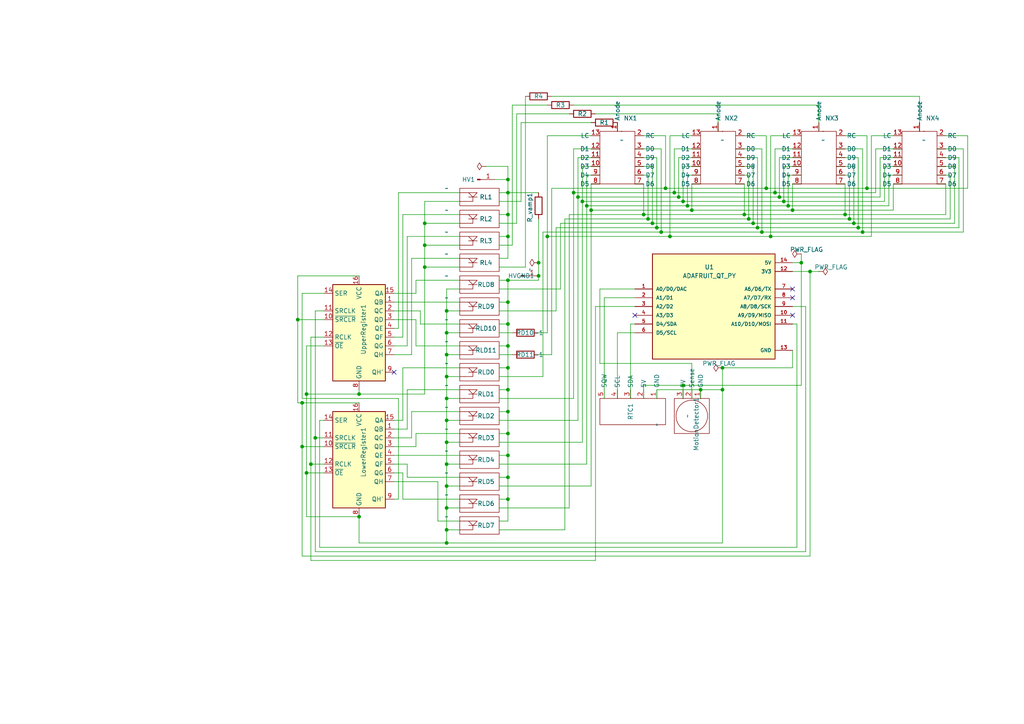
<source format=kicad_sch>
(kicad_sch (version 20230121) (generator eeschema)
  (paper "A4")
  (title_block (title "Numerex Tube Driver") (date "2023-12-18") (rev "Beta Segunda") (company "Futuron Electronics") (comment 1 "The highest quality engineering - at your service!"))
  (lib_symbols
    (symbol "74xx:74HC595"
      (property "Reference" "U" (at -7.62 13.97 0))
      (property "Value" "74HC595" (at -7.62 -16.51 0))
      (symbol "74HC595_1_0"
        (pin tri_state line (at 10.16 7.62 180) (length 2.54) (name "QB") (number "1"))
        (pin input line (at -10.16 2.54 0) (length 2.54) (name "~{SRCLR}") (number "10"))
        (pin input line (at -10.16 5.08 0) (length 2.54) (name "SRCLK") (number "11"))
        (pin input line (at -10.16 -2.54 0) (length 2.54) (name "RCLK") (number "12"))
        (pin input line (at -10.16 -5.08 0) (length 2.54) (name "~{OE}") (number "13"))
        (pin input line (at -10.16 10.16 0) (length 2.54) (name "SER") (number "14"))
        (pin tri_state line (at 10.16 10.16 180) (length 2.54) (name "QA") (number "15"))
        (pin power_in line (at 0 15.24 270) (length 2.54) (name "VCC") (number "16"))
        (pin tri_state line (at 10.16 5.08 180) (length 2.54) (name "QC") (number "2"))
        (pin tri_state line (at 10.16 2.54 180) (length 2.54) (name "QD") (number "3"))
        (pin tri_state line (at 10.16 0 180) (length 2.54) (name "QE") (number "4"))
        (pin tri_state line (at 10.16 -2.54 180) (length 2.54) (name "QF") (number "5"))
        (pin tri_state line (at 10.16 -5.08 180) (length 2.54) (name "QG") (number "6"))
        (pin tri_state line (at 10.16 -7.62 180) (length 2.54) (name "QH") (number "7"))
        (pin power_in line (at 0 -17.78 90) (length 2.54) (name "GND") (number "8"))
        (pin output line (at 10.16 -12.7 180) (length 2.54) (name "QH'") (number "9"))
      )
      (symbol "74HC595_1_1"
        (rectangle (start -7.62 12.7) (end 7.62 -15.24) (stroke (width 0.254)) (fill (type background)))
      )
    )
    (symbol "Connector:Conn_01x01_Pin" (pin_names (offset 1.016) hide)
      (property "Reference" "J" (at 0 2.54 0))
      (property "Value" "Conn_01x01_Pin" (at 0 -2.54 0))
      (symbol "Conn_01x01_Pin_1_1"
        (polyline (pts (xy 1.27 0) (xy 0.8636 0)) (stroke (width 0.1524)))
        (rectangle (start 0.8636 0.127) (end 0 -0.127) (stroke (width 0.1524)) (fill (type outline)))
        (pin passive line (at 5.08 0 180) (length 3.81) (name "Pin_1") (number "1"))
      )
    )
    (symbol "Device:R" (pin_numbers hide) (pin_names (offset 0))
      (property "Reference" "R" (at 2.032 0 90))
      (property "Value" "R" (at 0 0 90))
      (symbol "R_0_1"
        (rectangle (start -1.016 2.54) (end 1.016 -2.54) (stroke (width 0.254)))
      )
      (symbol "R_1_1"
        (pin passive line (at 0 3.81 270) (length 1.27) (name "~") (number "1"))
        (pin passive line (at 0 -3.81 90) (length 1.27) (name "~") (number "2"))
      )
    )
    (symbol "Numerex_Components:ADAFRUIT_QT_PY" (pin_names (offset 1.016))
      (property "Reference" "U" (at -17.78 16.002 0))
      (property "Value" "ADAFRUIT_QT_PY" (at -17.78 -17.78 0))
      (symbol "ADAFRUIT_QT_PY_0_0"
        (rectangle (start -17.78 -15.24) (end 17.78 15.24) (stroke (width 0.254)) (fill (type background)))
        (pin bidirectional line (at -22.86 5.08 0) (length 5.08) (name "A0/D0/DAC") (number "1"))
        (pin bidirectional line (at 22.86 -2.54 180) (length 5.08) (name "A9/D9/MISO") (number "10"))
        (pin bidirectional line (at 22.86 -5.08 180) (length 5.08) (name "A10/D10/MOSI") (number "11"))
        (pin power_in line (at 22.86 10.16 180) (length 5.08) (name "3V3") (number "12"))
        (pin power_in line (at 22.86 -12.7 180) (length 5.08) (name "GND") (number "13"))
        (pin power_in line (at 22.86 12.7 180) (length 5.08) (name "5V") (number "14"))
        (pin bidirectional line (at -22.86 2.54 0) (length 5.08) (name "A1/D1") (number "2"))
        (pin bidirectional line (at -22.86 0 0) (length 5.08) (name "A2/D2") (number "3"))
        (pin bidirectional line (at -22.86 -2.54 0) (length 5.08) (name "A3/D3") (number "4"))
        (pin bidirectional line (at -22.86 -5.08 0) (length 5.08) (name "D4/SDA") (number "5"))
        (pin bidirectional line (at -22.86 -7.62 0) (length 5.08) (name "D5/SCL") (number "6"))
        (pin bidirectional line (at 22.86 5.08 180) (length 5.08) (name "A6/D6/TX") (number "7"))
        (pin bidirectional line (at 22.86 2.54 180) (length 5.08) (name "A7/D7/RX") (number "8"))
        (pin bidirectional line (at 22.86 0 180) (length 5.08) (name "A8/D8/SCK") (number "9"))
      )
    )
    (symbol "Numerex_Components:AQY280S"
      (property "Reference" "RL" (at 8.89 6.35 0))
      (symbol "AQY280S_0_1"
        (polyline (pts (xy 5.08 1.27) (xy 6.35 1.27)))
        (polyline (pts (xy 5.08 3.81) (xy 6.35 3.81)))
      )
      (symbol "AQY280S_1_1"
        (polyline (pts (xy 6.35 3.81) (xy 10.16 3.81) (xy 8.89 2.54) (xy 7.62 3.81) (xy 8.89 2.54) (xy 7.62 2.54) (xy 10.16 2.54) (xy 8.89 2.54) (xy 8.89 1.27) (xy 6.35 1.27)))
        (rectangle (start 5.08 5.08) (end 16.51 0))
        (pin passive line (at 5.08 3.81 180) (length 2.54) hide (name "Diode+") (number "1"))
        (pin passive line (at 5.08 1.27 180) (length 2.54) hide (name "Diode-") (number "2"))
        (pin passive line (at 16.51 1.27 0) (length 2.54) hide (name "Load") (number "3"))
        (pin passive line (at 16.51 3.81 0) (length 2.54) hide (name "VL") (number "4"))
      )
    )
    (symbol "Numerex_Components:IN-14"
      (property "Reference" "NX" (at 34.29 34.29 0))
      (symbol "IN-14_0_1"
        (rectangle (start 20.32 27.94) (end 30.48 12.7))
        (circle (center 26.67 27.94) (radius 0.0001))
        (rectangle (start 34.29 26.67) (end 35.56 26.67))
      )
      (symbol "IN-14_1_1"
        (pin passive line (at 25.4 27.94 90) (length 2.54) (name "Anode") (number "1"))
        (pin passive line (at 20.32 17.78 180) (length 2.54) (name "D3") (number "10"))
        (pin passive line (at 20.32 20.32 180) (length 2.54) (name "D2") (number "11"))
        (pin passive line (at 20.32 22.86 180) (length 2.54) (name "D1") (number "12"))
        (pin passive line (at 20.32 26.67 180) (length 2.54) (name "LC") (number "13"))
        (pin passive line (at 30.48 26.67 0) (length 2.54) (name "RC") (number "2"))
        (pin passive line (at 30.48 22.86 0) (length 2.54) (name "D0") (number "3"))
        (pin passive line (at 30.48 20.32 0) (length 2.54) (name "D9") (number "4"))
        (pin passive line (at 30.48 17.78 0) (length 2.54) (name "D8") (number "5"))
        (pin passive line (at 30.48 15.24 0) (length 2.54) (name "D7") (number "6"))
        (pin passive line (at 30.48 12.7 0) (length 2.54) (name "D6") (number "7"))
        (pin passive line (at 20.32 12.7 180) (length 2.54) (name "D5") (number "8"))
        (pin passive line (at 20.32 15.24 180) (length 2.54) (name "D4") (number "9"))
      )
    )
    (symbol "Numerex_Components:Motion_Sensor"
      (property "Reference" "MotionDetector" (at 0 5.08 0))
      (symbol "Motion_Sensor_0_1"
        (rectangle (start -5.08 3.81) (end 5.08 -6.35))
        (circle (center 0 -1.27) (radius 4.5791))
      )
      (symbol "Motion_Sensor_1_1"
        (pin passive line (at 5.08 -3.81 0) (length 2.54) (name "GND") (number "1"))
        (pin passive line (at 5.08 -1.27 0) (length 2.54) (name "Sense") (number "2"))
        (pin passive line (at 5.08 1.27 0) (length 2.54) (name "5V") (number "3"))
      )
    )
    (symbol "Numerex_Components:RTC-DS1307"
      (property "Reference" "RTC" (at 0 3.81 0))
      (symbol "RTC-DS1307_0_1"
        (rectangle (start -7.62 2.54) (end 0 -16.51))
      )
      (symbol "RTC-DS1307_1_1"
        (pin passive line (at -7.62 0 180) (length 2.54) (name "GND") (number "1"))
        (pin passive line (at -7.62 -3.81 180) (length 2.54) (name "5V") (number "2"))
        (pin passive line (at -7.62 -7.62 180) (length 2.54) (name "SDA") (number "3"))
        (pin passive line (at -7.62 -11.43 180) (length 2.54) (name "SCL") (number "4"))
        (pin passive line (at -7.62 -15.24 180) (length 2.54) (name "SQW") (number "5"))
      )
    )
    (symbol "power:PWR_FLAG" (power) (pin_numbers hide) (pin_names (offset 0) hide)
      (property "Value" "PWR_FLAG" (at 0 3.81 0))
      (symbol "PWR_FLAG_0_0"
        (pin power_out line (at 0 0 90) (length 0) (name "pwr") (number "1"))
      )
      (symbol "PWR_FLAG_0_1"
        (polyline (pts (xy 0 0) (xy 0 1.27) (xy -1.016 1.905) (xy 0 2.54) (xy 1.016 1.905) (xy 0 1.27)))
      )
    )
  )
  (junction (at 147.32 62.23))
  (junction (at 158.75 68.58))
  (junction (at 129.54 128.27))
  (junction (at 147.32 113.03))
  (junction (at 147.32 68.58))
  (junction (at 104.14 114.3))
  (junction (at 129.54 109.22))
  (junction (at 245.11 62.23))
  (junction (at 193.04 54.61))
  (junction (at 147.32 144.78))
  (junction (at 228.6 59.69))
  (junction (at 171.45 60.96))
  (junction (at 129.54 102.87))
  (junction (at 199.39 59.69))
  (junction (at 87.63 116.84))
  (junction (at 218.44 64.77))
  (junction (at 219.71 66.04))
  (junction (at 147.32 87.63))
  (junction (at 189.23 64.77))
  (junction (at 247.65 64.77))
  (junction (at 234.95 78.74))
  (junction (at 88.9 137.16))
  (junction (at 87.63 129.54))
  (junction (at 129.54 115.57))
  (junction (at 196.85 57.15))
  (junction (at 222.25 54.61))
  (junction (at 129.54 90.17))
  (junction (at 147.32 55.88))
  (junction (at 248.92 66.04))
  (junction (at 198.12 58.42))
  (junction (at 156.21 76.2))
  (junction (at 217.17 63.5))
  (junction (at 203.2 113.03))
  (junction (at 209.55 106.68))
  (junction (at 123.19 77.47))
  (junction (at 147.32 100.33))
  (junction (at 191.77 67.31))
  (junction (at 251.46 54.61))
  (junction (at 129.54 134.62))
  (junction (at 86.36 92.71))
  (junction (at 129.54 140.97))
  (junction (at 246.38 63.5))
  (junction (at 223.52 68.58))
  (junction (at 147.32 119.38))
  (junction (at 167.64 57.15))
  (junction (at 190.5 66.04))
  (junction (at 220.98 67.31))
  (junction (at 129.54 96.52))
  (junction (at 250.19 67.31))
  (junction (at 129.54 157.48))
  (junction (at 232.41 76.2))
  (junction (at 129.54 153.67))
  (junction (at 147.32 93.98))
  (junction (at 88.9 114.3))
  (junction (at 156.21 80.01))
  (junction (at 224.79 55.88))
  (junction (at 147.32 81.28))
  (junction (at 198.12 111.76))
  (junction (at 200.66 60.96))
  (junction (at 90.17 134.62))
  (junction (at 104.14 149.86))
  (junction (at 147.32 125.73))
  (junction (at 147.32 106.68))
  (junction (at 147.32 132.08))
  (junction (at 186.69 62.23))
  (junction (at 91.44 127))
  (junction (at 166.37 55.88))
  (junction (at 194.31 68.58))
  (junction (at 168.91 58.42))
  (junction (at 215.9 62.23))
  (junction (at 229.87 60.96))
  (junction (at 209.55 113.03))
  (junction (at 129.54 147.32))
  (junction (at 195.58 55.88))
  (junction (at 123.19 71.12))
  (junction (at 226.06 57.15))
  (junction (at 129.54 121.92))
  (junction (at 170.18 59.69))
  (junction (at 187.96 63.5))
  (junction (at 123.19 64.77))
  (junction (at 147.32 138.43))
  (junction (at 147.32 52.07))
  (junction (at 227.33 58.42))
  (no_connect (at 114.3 107.95))
  (no_connect (at 184.15 91.44))
  (no_connect (at 229.87 86.36))
  (no_connect (at 229.87 83.82))
  (no_connect (at 229.87 91.44))
  (wire (pts (xy 119.38 127) (xy 119.38 119.38)))
  (wire (pts (xy 129.54 128.27) (xy 129.54 134.62)))
  (wire (pts (xy 144.78 93.98) (xy 147.32 93.98)))
  (wire (pts (xy 120.65 92.71) (xy 114.3 92.71)))
  (wire (pts (xy 88.9 137.16) (xy 88.9 149.86)))
  (wire (pts (xy 193.04 39.37) (xy 193.04 54.61)))
  (wire (pts (xy 184.15 83.82) (xy 173.99 83.82)))
  (wire (pts (xy 184.15 48.26) (xy 189.23 48.26)))
  (wire (pts (xy 208.28 33.02) (xy 208.28 38.1)))
  (wire (pts (xy 198.12 58.42) (xy 227.33 58.42)))
  (wire (pts (xy 261.62 43.18) (xy 254 43.18)))
  (wire (pts (xy 213.36 53.34) (xy 215.9 53.34)))
  (wire (pts (xy 88.9 100.33) (xy 88.9 114.3)))
  (wire (pts (xy 193.04 54.61) (xy 222.25 54.61)))
  (wire (pts (xy 147.32 125.73) (xy 144.78 125.73)))
  (wire (pts (xy 148.59 30.48) (xy 158.75 30.48)))
  (wire (pts (xy 133.35 64.77) (xy 123.19 64.77)))
  (wire (pts (xy 90.17 97.79) (xy 93.98 97.79)))
  (wire (pts (xy 231.14 158.75) (xy 231.14 93.98)))
  (wire (pts (xy 133.35 58.42) (xy 123.19 58.42)))
  (wire (pts (xy 252.73 39.37) (xy 261.62 39.37)))
  (wire (pts (xy 144.78 71.12) (xy 148.59 71.12)))
  (wire (pts (xy 275.59 50.8) (xy 271.78 50.8)))
  (wire (pts (xy 118.11 68.58) (xy 118.11 100.33)))
  (wire (pts (xy 191.77 43.18) (xy 184.15 43.18)))
  (wire (pts (xy 129.54 83.82) (xy 133.35 83.82)))
  (wire (pts (xy 144.78 102.87) (xy 148.59 102.87)))
  (wire (pts (xy 144.78 87.63) (xy 147.32 87.63)))
  (wire (pts (xy 147.32 68.58) (xy 147.32 74.93)))
  (wire (pts (xy 161.29 66.04) (xy 161.29 90.17)))
  (wire (pts (xy 118.11 68.58) (xy 133.35 68.58)))
  (wire (pts (xy 173.99 105.41) (xy 200.66 105.41)))
  (wire (pts (xy 247.65 64.77) (xy 276.86 64.77)))
  (wire (pts (xy 194.31 39.37) (xy 203.2 39.37)))
  (wire (pts (xy 209.55 106.68) (xy 209.55 113.03)))
  (wire (pts (xy 245.11 53.34) (xy 245.11 62.23)))
  (wire (pts (xy 248.92 45.72) (xy 242.57 45.72)))
  (wire (pts (xy 251.46 39.37) (xy 251.46 54.61)))
  (wire (pts (xy 186.69 62.23) (xy 215.9 62.23)))
  (wire (pts (xy 147.32 87.63) (xy 147.32 93.98)))
  (wire (pts (xy 144.78 140.97) (xy 171.45 140.97)))
  (wire (pts (xy 171.45 60.96) (xy 171.45 140.97)))
  (wire (pts (xy 144.78 74.93) (xy 147.32 74.93)))
  (wire (pts (xy 129.54 102.87) (xy 133.35 102.87)))
  (wire (pts (xy 165.1 62.23) (xy 186.69 62.23)))
  (wire (pts (xy 121.92 93.98) (xy 133.35 93.98)))
  (wire (pts (xy 179.07 96.52) (xy 184.15 96.52)))
  (wire (pts (xy 229.87 60.96) (xy 259.08 60.96)))
  (wire (pts (xy 167.64 45.72) (xy 173.99 45.72)))
  (wire (pts (xy 116.84 62.23) (xy 116.84 97.79)))
  (wire (pts (xy 274.32 53.34) (xy 274.32 62.23)))
  (wire (pts (xy 276.86 48.26) (xy 276.86 64.77)))
  (wire (pts (xy 144.78 151.13) (xy 147.32 151.13)))
  (wire (pts (xy 198.12 58.42) (xy 198.12 48.26)))
  (wire (pts (xy 147.32 93.98) (xy 147.32 100.33)))
  (wire (pts (xy 233.68 160.02) (xy 233.68 88.9)))
  (wire (pts (xy 198.12 111.76) (xy 198.12 115.57)))
  (wire (pts (xy 190.5 45.72) (xy 190.5 66.04)))
  (wire (pts (xy 163.83 63.5) (xy 163.83 153.67)))
  (wire (pts (xy 179.07 96.52) (xy 179.07 115.57)))
  (wire (pts (xy 162.56 83.82) (xy 144.78 83.82)))
  (wire (pts (xy 173.99 50.8) (xy 170.18 50.8)))
  (wire (pts (xy 114.3 100.33) (xy 118.11 100.33)))
  (wire (pts (xy 172.72 88.9) (xy 172.72 162.56)))
  (wire (pts (xy 127 139.7) (xy 114.3 139.7)))
  (wire (pts (xy 157.48 67.31) (xy 157.48 109.22)))
  (wire (pts (xy 114.3 144.78) (xy 115.57 144.78)))
  (wire (pts (xy 219.71 45.72) (xy 213.36 45.72)))
  (wire (pts (xy 184.15 53.34) (xy 186.69 53.34)))
  (wire (pts (xy 123.19 77.47) (xy 123.19 71.12)))
  (wire (pts (xy 88.9 100.33) (xy 93.98 100.33)))
  (wire (pts (xy 161.29 66.04) (xy 190.5 66.04)))
  (wire (pts (xy 255.27 45.72) (xy 261.62 45.72)))
  (wire (pts (xy 90.17 134.62) (xy 90.17 162.56)))
  (wire (pts (xy 256.54 48.26) (xy 261.62 48.26)))
  (wire (pts (xy 200.66 53.34) (xy 200.66 60.96)))
  (wire (pts (xy 129.54 109.22) (xy 133.35 109.22)))
  (wire (pts (xy 279.4 43.18) (xy 271.78 43.18)))
  (wire (pts (xy 88.9 137.16) (xy 93.98 137.16)))
  (wire (pts (xy 191.77 67.31) (xy 220.98 67.31)))
  (wire (pts (xy 116.84 137.16) (xy 116.84 144.78)))
  (wire (pts (xy 226.06 57.15) (xy 226.06 45.72)))
  (wire (pts (xy 223.52 39.37) (xy 232.41 39.37)))
  (wire (pts (xy 203.2 43.18) (xy 195.58 43.18)))
  (wire (pts (xy 92.71 121.92) (xy 92.71 158.75)))
  (wire (pts (xy 233.68 88.9) (xy 229.87 88.9)))
  (wire (pts (xy 129.54 96.52) (xy 133.35 96.52)))
  (wire (pts (xy 129.54 90.17) (xy 133.35 90.17)))
  (wire (pts (xy 165.1 62.23) (xy 165.1 147.32)))
  (wire (pts (xy 168.91 48.26) (xy 173.99 48.26)))
  (wire (pts (xy 118.11 134.62) (xy 118.11 138.43)))
  (wire (pts (xy 196.85 57.15) (xy 226.06 57.15)))
  (wire (pts (xy 226.06 57.15) (xy 255.27 57.15)))
  (wire (pts (xy 213.36 39.37) (xy 222.25 39.37)))
  (wire (pts (xy 127 139.7) (xy 127 151.13)))
  (wire (pts (xy 172.72 33.02) (xy 208.28 33.02)))
  (wire (pts (xy 175.26 86.36) (xy 175.26 115.57)))
  (wire (pts (xy 228.6 59.69) (xy 257.81 59.69)))
  (wire (pts (xy 196.85 45.72) (xy 203.2 45.72)))
  (wire (pts (xy 129.54 147.32) (xy 133.35 147.32)))
  (wire (pts (xy 173.99 43.18) (xy 166.37 43.18)))
  (wire (pts (xy 114.3 102.87) (xy 119.38 102.87)))
  (wire (pts (xy 182.88 93.98) (xy 184.15 93.98)))
  (wire (pts (xy 115.57 55.88) (xy 115.57 95.25)))
  (wire (pts (xy 198.12 111.76) (xy 232.41 111.76)))
  (wire (pts (xy 226.06 45.72) (xy 232.41 45.72)))
  (wire (pts (xy 227.33 58.42) (xy 256.54 58.42)))
  (wire (pts (xy 129.54 90.17) (xy 129.54 96.52)))
  (wire (pts (xy 187.96 50.8) (xy 184.15 50.8)))
  (wire (pts (xy 147.32 55.88) (xy 156.21 55.88)))
  (wire (pts (xy 120.65 125.73) (xy 133.35 125.73)))
  (wire (pts (xy 140.97 48.26) (xy 147.32 48.26)))
  (wire (pts (xy 194.31 39.37) (xy 194.31 68.58)))
  (wire (pts (xy 219.71 66.04) (xy 248.92 66.04)))
  (wire (pts (xy 280.67 39.37) (xy 280.67 54.61)))
  (wire (pts (xy 198.12 48.26) (xy 203.2 48.26)))
  (wire (pts (xy 147.32 106.68) (xy 147.32 113.03)))
  (wire (pts (xy 220.98 67.31) (xy 250.19 67.31)))
  (wire (pts (xy 147.32 52.07) (xy 147.32 55.88)))
  (wire (pts (xy 168.91 58.42) (xy 198.12 58.42)))
  (wire (pts (xy 187.96 50.8) (xy 187.96 63.5)))
  (wire (pts (xy 232.41 76.2) (xy 232.41 111.76)))
  (wire (pts (xy 167.64 57.15) (xy 196.85 57.15)))
  (wire (pts (xy 186.69 53.34) (xy 186.69 62.23)))
  (wire (pts (xy 147.32 106.68) (xy 144.78 106.68)))
  (wire (pts (xy 114.3 132.08) (xy 133.35 132.08)))
  (wire (pts (xy 203.2 113.03) (xy 203.2 115.57)))
  (wire (pts (xy 120.65 81.28) (xy 120.65 85.09)))
  (wire (pts (xy 129.54 153.67) (xy 133.35 153.67)))
  (wire (pts (xy 127 151.13) (xy 133.35 151.13)))
  (wire (pts (xy 224.79 55.88) (xy 254 55.88)))
  (wire (pts (xy 217.17 63.5) (xy 217.17 50.8)))
  (wire (pts (xy 129.54 109.22) (xy 129.54 115.57)))
  (wire (pts (xy 203.2 50.8) (xy 199.39 50.8)))
  (wire (pts (xy 195.58 55.88) (xy 224.79 55.88)))
  (wire (pts (xy 255.27 57.15) (xy 255.27 45.72)))
  (wire (pts (xy 147.32 48.26) (xy 147.32 52.07)))
  (wire (pts (xy 90.17 134.62) (xy 93.98 134.62)))
  (wire (pts (xy 129.54 96.52) (xy 129.54 102.87)))
  (wire (pts (xy 114.3 97.79) (xy 116.84 97.79)))
  (wire (pts (xy 144.78 58.42) (xy 151.13 58.42)))
  (wire (pts (xy 91.44 127) (xy 91.44 160.02)))
  (wire (pts (xy 114.3 121.92) (xy 116.84 121.92)))
  (wire (pts (xy 250.19 67.31) (xy 250.19 43.18)))
  (wire (pts (xy 170.18 59.69) (xy 199.39 59.69)))
  (wire (pts (xy 160.02 54.61) (xy 160.02 102.87)))
  (wire (pts (xy 246.38 50.8) (xy 242.57 50.8)))
  (wire (pts (xy 261.62 53.34) (xy 259.08 53.34)))
  (wire (pts (xy 189.23 48.26) (xy 189.23 64.77)))
  (wire (pts (xy 118.11 113.03) (xy 133.35 113.03)))
  (wire (pts (xy 118.11 138.43) (xy 133.35 138.43)))
  (wire (pts (xy 86.36 92.71) (xy 86.36 116.84)))
  (wire (pts (xy 90.17 97.79) (xy 90.17 134.62)))
  (wire (pts (xy 123.19 77.47) (xy 123.19 114.3)))
  (wire (pts (xy 190.5 113.03) (xy 203.2 113.03)))
  (wire (pts (xy 157.48 109.22) (xy 144.78 109.22)))
  (wire (pts (xy 147.32 132.08) (xy 144.78 132.08)))
  (wire (pts (xy 179.07 35.56) (xy 179.07 38.1)))
  (wire (pts (xy 149.86 64.77) (xy 149.86 33.02)))
  (wire (pts (xy 209.55 106.68) (xy 229.87 106.68)))
  (wire (pts (xy 91.44 90.17) (xy 91.44 127)))
  (wire (pts (xy 187.96 63.5) (xy 217.17 63.5)))
  (wire (pts (xy 92.71 121.92) (xy 93.98 121.92)))
  (wire (pts (xy 191.77 43.18) (xy 191.77 67.31)))
  (wire (pts (xy 251.46 54.61) (xy 280.67 54.61)))
  (wire (pts (xy 129.54 157.48) (xy 209.55 157.48)))
  (wire (pts (xy 242.57 53.34) (xy 245.11 53.34)))
  (wire (pts (xy 151.13 58.42) (xy 151.13 35.56)))
  (wire (pts (xy 120.65 81.28) (xy 133.35 81.28)))
  (wire (pts (xy 158.75 39.37) (xy 173.99 39.37)))
  (wire (pts (xy 129.54 102.87) (xy 129.54 109.22)))
  (wire (pts (xy 184.15 88.9) (xy 172.72 88.9)))
  (wire (pts (xy 256.54 58.42) (xy 256.54 48.26)))
  (wire (pts (xy 144.78 62.23) (xy 147.32 62.23)))
  (wire (pts (xy 144.78 96.52) (xy 148.59 96.52)))
  (wire (pts (xy 203.2 113.03) (xy 209.55 113.03)))
  (wire (pts (xy 114.3 137.16) (xy 116.84 137.16)))
  (wire (pts (xy 129.54 121.92) (xy 129.54 128.27)))
  (wire (pts (xy 129.54 128.27) (xy 133.35 128.27)))
  (wire (pts (xy 234.95 78.74) (xy 237.49 78.74)))
  (wire (pts (xy 171.45 53.34) (xy 171.45 60.96)))
  (wire (pts (xy 116.84 62.23) (xy 133.35 62.23)))
  (wire (pts (xy 173.99 83.82) (xy 173.99 105.41)))
  (wire (pts (xy 144.78 90.17) (xy 161.29 90.17)))
  (wire (pts (xy 144.78 115.57) (xy 166.37 115.57)))
  (wire (pts (xy 278.13 66.04) (xy 278.13 45.72)))
  (wire (pts (xy 232.41 43.18) (xy 224.79 43.18)))
  (wire (pts (xy 228.6 50.8) (xy 228.6 59.69)))
  (wire (pts (xy 147.32 138.43) (xy 147.32 144.78)))
  (wire (pts (xy 93.98 92.71) (xy 86.36 92.71)))
  (wire (pts (xy 163.83 153.67) (xy 144.78 153.67)))
  (wire (pts (xy 250.19 67.31) (xy 279.4 67.31)))
  (wire (pts (xy 116.84 121.92) (xy 116.84 106.68)))
  (wire (pts (xy 114.3 127) (xy 119.38 127)))
  (wire (pts (xy 173.99 53.34) (xy 171.45 53.34)))
  (wire (pts (xy 242.57 39.37) (xy 251.46 39.37)))
  (wire (pts (xy 144.78 77.47) (xy 152.4 77.47)))
  (wire (pts (xy 86.36 116.84) (xy 87.63 116.84)))
  (wire (pts (xy 147.32 62.23) (xy 147.32 68.58)))
  (wire (pts (xy 88.9 114.3) (xy 88.9 137.16)))
  (wire (pts (xy 147.32 125.73) (xy 147.32 132.08)))
  (wire (pts (xy 215.9 53.34) (xy 215.9 62.23)))
  (wire (pts (xy 162.56 64.77) (xy 189.23 64.77)))
  (wire (pts (xy 259.08 53.34) (xy 259.08 60.96)))
  (wire (pts (xy 171.45 60.96) (xy 200.66 60.96)))
  (wire (pts (xy 261.62 50.8) (xy 257.81 50.8)))
  (wire (pts (xy 86.36 80.01) (xy 86.36 92.71)))
  (wire (pts (xy 87.63 115.57) (xy 87.63 85.09)))
  (wire (pts (xy 257.81 50.8) (xy 257.81 59.69)))
  (wire (pts (xy 123.19 64.77) (xy 123.19 71.12)))
  (wire (pts (xy 170.18 50.8) (xy 170.18 59.69)))
  (wire (pts (xy 223.52 68.58) (xy 252.73 68.58)))
  (wire (pts (xy 156.21 102.87) (xy 160.02 102.87)))
  (wire (pts (xy 275.59 63.5) (xy 275.59 50.8)))
  (wire (pts (xy 144.78 113.03) (xy 147.32 113.03)))
  (wire (pts (xy 271.78 39.37) (xy 280.67 39.37)))
  (wire (pts (xy 279.4 67.31) (xy 279.4 43.18)))
  (wire (pts (xy 247.65 48.26) (xy 247.65 64.77)))
  (wire (pts (xy 114.3 129.54) (xy 120.65 129.54)))
  (wire (pts (xy 87.63 116.84) (xy 87.63 129.54)))
  (wire (pts (xy 158.75 39.37) (xy 158.75 68.58)))
  (wire (pts (xy 91.44 90.17) (xy 93.98 90.17)))
  (wire (pts (xy 232.41 53.34) (xy 229.87 53.34)))
  (wire (pts (xy 156.21 76.2) (xy 156.21 80.01)))
  (wire (pts (xy 88.9 114.3) (xy 104.14 114.3)))
  (wire (pts (xy 158.75 68.58) (xy 194.31 68.58)))
  (wire (pts (xy 220.98 43.18) (xy 213.36 43.18)))
  (wire (pts (xy 190.5 115.57) (xy 190.5 113.03)))
  (wire (pts (xy 123.19 114.3) (xy 104.14 114.3)))
  (wire (pts (xy 250.19 43.18) (xy 242.57 43.18)))
  (wire (pts (xy 194.31 68.58) (xy 223.52 68.58)))
  (wire (pts (xy 168.91 58.42) (xy 168.91 128.27)))
  (wire (pts (xy 119.38 74.93) (xy 119.38 102.87)))
  (wire (pts (xy 203.2 53.34) (xy 200.66 53.34)))
  (wire (pts (xy 227.33 48.26) (xy 232.41 48.26)))
  (wire (pts (xy 114.3 134.62) (xy 118.11 134.62)))
  (wire (pts (xy 271.78 53.34) (xy 274.32 53.34)))
  (wire (pts (xy 215.9 62.23) (xy 245.11 62.23)))
  (wire (pts (xy 144.78 138.43) (xy 147.32 138.43)))
  (wire (pts (xy 147.32 100.33) (xy 147.32 106.68)))
  (wire (pts (xy 147.32 87.63) (xy 147.32 81.28)))
  (wire (pts (xy 129.54 147.32) (xy 129.54 153.67)))
  (wire (pts (xy 144.78 119.38) (xy 147.32 119.38)))
  (wire (pts (xy 184.15 39.37) (xy 193.04 39.37)))
  (wire (pts (xy 129.54 83.82) (xy 129.54 90.17)))
  (wire (pts (xy 222.25 39.37) (xy 222.25 54.61)))
  (wire (pts (xy 116.84 144.78) (xy 133.35 144.78)))
  (wire (pts (xy 222.25 54.61) (xy 251.46 54.61)))
  (wire (pts (xy 143.51 52.07) (xy 147.32 52.07)))
  (wire (pts (xy 147.32 119.38) (xy 147.32 125.73)))
  (wire (pts (xy 147.32 55.88) (xy 147.32 62.23)))
  (wire (pts (xy 220.98 67.31) (xy 220.98 43.18)))
  (wire (pts (xy 186.69 115.57) (xy 186.69 111.76)))
  (wire (pts (xy 104.14 113.03) (xy 104.14 114.3)))
  (wire (pts (xy 166.37 30.48) (xy 237.49 30.48)))
  (wire (pts (xy 199.39 50.8) (xy 199.39 59.69)))
  (wire (pts (xy 123.19 58.42) (xy 123.19 64.77)))
  (wire (pts (xy 229.87 76.2) (xy 232.41 76.2)))
  (wire (pts (xy 129.54 153.67) (xy 129.54 157.48)))
  (wire (pts (xy 166.37 55.88) (xy 195.58 55.88)))
  (wire (pts (xy 218.44 48.26) (xy 218.44 64.77)))
  (wire (pts (xy 195.58 43.18) (xy 195.58 55.88)))
  (wire (pts (xy 114.3 90.17) (xy 121.92 90.17)))
  (wire (pts (xy 115.57 55.88) (xy 133.35 55.88)))
  (wire (pts (xy 166.37 55.88) (xy 166.37 115.57)))
  (wire (pts (xy 93.98 129.54) (xy 87.63 129.54)))
  (wire (pts (xy 232.41 50.8) (xy 228.6 50.8)))
  (wire (pts (xy 219.71 66.04) (xy 219.71 45.72)))
  (wire (pts (xy 156.21 96.52) (xy 158.75 96.52)))
  (wire (pts (xy 129.54 121.92) (xy 133.35 121.92)))
  (wire (pts (xy 91.44 160.02) (xy 233.68 160.02)))
  (wire (pts (xy 88.9 149.86) (xy 104.14 149.86)))
  (wire (pts (xy 156.21 80.01) (xy 156.21 81.28)))
  (wire (pts (xy 120.65 85.09) (xy 114.3 85.09)))
  (wire (pts (xy 229.87 101.6) (xy 229.87 106.68)))
  (wire (pts (xy 114.3 124.46) (xy 118.11 124.46)))
  (wire (pts (xy 156.21 63.5) (xy 156.21 76.2)))
  (wire (pts (xy 170.18 59.69) (xy 170.18 134.62)))
  (wire (pts (xy 217.17 50.8) (xy 213.36 50.8)))
  (wire (pts (xy 90.17 162.56) (xy 172.72 162.56)))
  (wire (pts (xy 266.7 27.94) (xy 266.7 38.1)))
  (wire (pts (xy 248.92 66.04) (xy 278.13 66.04)))
  (wire (pts (xy 163.83 63.5) (xy 187.96 63.5)))
  (wire (pts (xy 246.38 63.5) (xy 275.59 63.5)))
  (wire (pts (xy 121.92 90.17) (xy 121.92 93.98)))
  (wire (pts (xy 278.13 45.72) (xy 271.78 45.72)))
  (wire (pts (xy 119.38 74.93) (xy 133.35 74.93)))
  (wire (pts (xy 246.38 63.5) (xy 246.38 50.8)))
  (wire (pts (xy 129.54 134.62) (xy 133.35 134.62)))
  (wire (pts (xy 147.32 144.78) (xy 144.78 144.78)))
  (wire (pts (xy 120.65 92.71) (xy 120.65 100.33)))
  (wire (pts (xy 271.78 48.26) (xy 276.86 48.26)))
  (wire (pts (xy 209.55 113.03) (xy 209.55 157.48)))
  (wire (pts (xy 190.5 45.72) (xy 184.15 45.72)))
  (wire (pts (xy 175.26 86.36) (xy 184.15 86.36)))
  (wire (pts (xy 144.78 81.28) (xy 147.32 81.28)))
  (wire (pts (xy 129.54 115.57) (xy 133.35 115.57)))
  (wire (pts (xy 248.92 66.04) (xy 248.92 45.72)))
  (wire (pts (xy 162.56 64.77) (xy 162.56 83.82)))
  (wire (pts (xy 252.73 39.37) (xy 252.73 68.58)))
  (wire (pts (xy 160.02 27.94) (xy 266.7 27.94)))
  (wire (pts (xy 234.95 78.74) (xy 229.87 78.74)))
  (wire (pts (xy 116.84 106.68) (xy 133.35 106.68)))
  (wire (pts (xy 104.14 149.86) (xy 104.14 157.48)))
  (wire (pts (xy 224.79 43.18) (xy 224.79 55.88)))
  (wire (pts (xy 167.64 57.15) (xy 167.64 45.72)))
  (wire (pts (xy 218.44 64.77) (xy 247.65 64.77)))
  (wire (pts (xy 123.19 71.12) (xy 133.35 71.12)))
  (wire (pts (xy 92.71 158.75) (xy 231.14 158.75)))
  (wire (pts (xy 115.57 144.78) (xy 115.57 115.57)))
  (wire (pts (xy 200.66 60.96) (xy 229.87 60.96)))
  (wire (pts (xy 167.64 57.15) (xy 167.64 121.92)))
  (wire (pts (xy 147.32 144.78) (xy 147.32 151.13)))
  (wire (pts (xy 168.91 128.27) (xy 144.78 128.27)))
  (wire (pts (xy 232.41 73.66) (xy 232.41 76.2)))
  (wire (pts (xy 157.48 67.31) (xy 191.77 67.31)))
  (wire (pts (xy 199.39 59.69) (xy 228.6 59.69)))
  (wire (pts (xy 217.17 63.5) (xy 246.38 63.5)))
  (wire (pts (xy 245.11 62.23) (xy 274.32 62.23)))
  (wire (pts (xy 93.98 127) (xy 91.44 127)))
  (wire (pts (xy 144.78 64.77) (xy 149.86 64.77)))
  (wire (pts (xy 120.65 100.33) (xy 133.35 100.33)))
  (wire (pts (xy 129.54 140.97) (xy 133.35 140.97)))
  (wire (pts (xy 190.5 66.04) (xy 219.71 66.04)))
  (wire (pts (xy 149.86 33.02) (xy 165.1 33.02)))
  (wire (pts (xy 231.14 93.98) (xy 229.87 93.98)))
  (wire (pts (xy 148.59 71.12) (xy 148.59 30.48)))
  (wire (pts (xy 254 43.18) (xy 254 55.88)))
  (wire (pts (xy 166.37 43.18) (xy 166.37 55.88)))
  (wire (pts (xy 223.52 39.37) (xy 223.52 68.58)))
  (wire (pts (xy 114.3 95.25) (xy 115.57 95.25)))
  (wire (pts (xy 237.49 30.48) (xy 237.49 38.1)))
  (wire (pts (xy 229.87 53.34) (xy 229.87 60.96)))
  (wire (pts (xy 147.32 81.28) (xy 156.21 81.28)))
  (wire (pts (xy 129.54 134.62) (xy 129.54 140.97)))
  (wire (pts (xy 118.11 124.46) (xy 118.11 113.03)))
  (wire (pts (xy 167.64 121.92) (xy 144.78 121.92)))
  (wire (pts (xy 123.19 77.47) (xy 133.35 77.47)))
  (wire (pts (xy 120.65 129.54) (xy 120.65 125.73)))
  (wire (pts (xy 242.57 48.26) (xy 247.65 48.26)))
  (wire (pts (xy 147.32 113.03) (xy 147.32 119.38)))
  (wire (pts (xy 213.36 48.26) (xy 218.44 48.26)))
  (wire (pts (xy 160.02 54.61) (xy 193.04 54.61)))
  (wire (pts (xy 87.63 161.29) (xy 234.95 161.29)))
  (wire (pts (xy 158.75 68.58) (xy 158.75 96.52)))
  (wire (pts (xy 144.78 68.58) (xy 147.32 68.58)))
  (wire (pts (xy 182.88 93.98) (xy 182.88 115.57)))
  (wire (pts (xy 189.23 64.77) (xy 218.44 64.77)))
  (wire (pts (xy 115.57 115.57) (xy 87.63 115.57)))
  (wire (pts (xy 86.36 80.01) (xy 104.14 80.01)))
  (wire (pts (xy 119.38 119.38) (xy 133.35 119.38)))
  (wire (pts (xy 152.4 27.94) (xy 152.4 77.47)))
  (wire (pts (xy 144.78 100.33) (xy 147.32 100.33)))
  (wire (pts (xy 147.32 132.08) (xy 147.32 138.43)))
  (wire (pts (xy 114.3 87.63) (xy 133.35 87.63)))
  (wire (pts (xy 87.63 129.54) (xy 87.63 161.29)))
  (wire (pts (xy 168.91 58.42) (xy 168.91 48.26)))
  (wire (pts (xy 196.85 57.15) (xy 196.85 45.72)))
  (wire (pts (xy 165.1 147.32) (xy 144.78 147.32)))
  (wire (pts (xy 151.13 35.56) (xy 171.45 35.56)))
  (wire (pts (xy 234.95 161.29) (xy 234.95 78.74)))
  (wire (pts (xy 129.54 115.57) (xy 129.54 121.92)))
  (wire (pts (xy 144.78 55.88) (xy 147.32 55.88)))
  (wire (pts (xy 129.54 140.97) (xy 129.54 147.32)))
  (wire (pts (xy 104.14 157.48) (xy 129.54 157.48)))
  (wire (pts (xy 186.69 111.76) (xy 198.12 111.76)))
  (wire (pts (xy 227.33 58.42) (xy 227.33 48.26)))
  (wire (pts (xy 87.63 85.09) (xy 93.98 85.09)))
  (wire (pts (xy 200.66 105.41) (xy 200.66 115.57)))
  (wire (pts (xy 170.18 134.62) (xy 144.78 134.62)))
  (wire (pts (xy 87.63 116.84) (xy 104.14 116.84)))
  (symbol (lib_id "power:PWR_FLAG") (at 140.97 48.26 90) (unit 1)
    (property "Reference" "#FLG03" (effects hide))
    (property "Value" "PWR_FLAG" (effects hide))
  )
  (symbol (lib_id "Numerex_Components:AQY280S") (at 128.27 59.69 0) (unit 1)
    (property "Reference" "RL1" (at 140.97 57.15 0))
    (property "Value" "~" (at 129.54 54.61 0))
    (property "Footprint" "Package_SO:SOP-4_3.8x4.1mm_P2.54mm" (effects hide))
    (property "Datasheet" "https://www.digikey.com/en/products/detail/panasonic-electric-works/AQY280S/2125661" (effects hide))
  )
  (symbol (lib_id "Numerex_Components:IN-14") (at 182.88 66.04 0) (unit 1)
    (property "Reference" "NX2" (at 212.09 34.29 0))
    (property "Value" "~" (at 209.55 40.64 0))
    (property "Footprint" "Numerex_Footprints:IN-14" (effects hide))
  )
  (symbol (lib_id "Device:R") (at 156.21 59.69 180) (unit 1)
    (property "Reference" "R_vamp1" (at 153.67 55.88 90) (effects (justify left)))
    (property "Value" "22k" (effects hide))
    (property "Footprint" "Resistor_SMD:R_1206_3216Metric_Pad1.30x1.75mm_HandSolder" (effects hide))
  )
  (symbol (lib_id "power:PWR_FLAG") (at 237.49 78.74 270) (unit 1)
    (property "Reference" "#FLG01" (effects hide))
    (property "Value" "PWR_FLAG" (at 236.22 77.47 90) (effects (justify left)))
  )
  (symbol (lib_id "Device:R") (at 162.56 30.48 90) (unit 1)
    (property "Reference" "R3" (at 162.56 30.48 90))
    (property "Value" "22k" (effects hide))
    (property "Footprint" "Resistor_SMD:R_1206_3216Metric_Pad1.30x1.75mm_HandSolder" (effects hide))
  )
  (symbol (lib_id "Numerex_Components:AQY280S") (at 128.27 78.74 0) (unit 1)
    (property "Reference" "RL4" (at 140.97 76.2 0))
    (property "Value" "~" (at 129.54 73.66 0))
    (property "Footprint" "Package_SO:SOP-4_3.8x4.1mm_P2.54mm" (effects hide))
    (property "Datasheet" "https://www.digikey.com/en/products/detail/panasonic-electric-works/AQY280S/2125661" (effects hide))
  )
  (symbol (lib_id "Numerex_Components:Motion_Sensor") (at 199.39 120.65 90) (unit 1)
    (property "Reference" "MotionDetector1" (at 201.93 130.81 0) (effects (justify left)))
    (property "Value" "~" (at 199.39 120.65 0))
    (property "Footprint" "Connector_PinHeader_2.54mm:PinHeader_1x03_P2.54mm_Vertical" (effects hide))
  )
  (symbol (lib_id "Numerex_Components:AQY280S") (at 128.27 91.44 0) (unit 1)
    (property "Reference" "RLD9" (at 140.97 88.9 0))
    (property "Value" "~" (at 129.54 86.36 0))
    (property "Footprint" "Package_SO:SOP-4_3.8x4.1mm_P2.54mm" (effects hide))
    (property "Datasheet" "https://www.digikey.com/en/products/detail/panasonic-electric-works/AQY280S/2125661" (effects hide))
  )
  (symbol (lib_id "Device:R") (at 156.21 27.94 90) (unit 1)
    (property "Reference" "R4" (at 156.21 27.94 90))
    (property "Value" "22k" (effects hide))
    (property "Footprint" "Resistor_SMD:R_1206_3216Metric_Pad1.30x1.75mm_HandSolder" (effects hide))
  )
  (symbol (lib_id "Numerex_Components:AQY280S") (at 128.27 97.79 0) (unit 1)
    (property "Reference" "RLD10" (at 140.97 95.25 0))
    (property "Value" "~" (at 129.54 92.71 0))
    (property "Footprint" "Package_SO:SOP-4_3.8x4.1mm_P2.54mm" (effects hide))
    (property "Datasheet" "https://www.digikey.com/en/products/detail/panasonic-electric-works/AQY280S/2125661" (effects hide))
  )
  (symbol (lib_id "Numerex_Components:AQY280S") (at 128.27 148.59 0) (unit 1)
    (property "Reference" "RLD6" (at 140.97 146.05 0))
    (property "Value" "~" (at 129.54 143.51 0))
    (property "Footprint" "Package_SO:SOP-4_3.8x4.1mm_P2.54mm" (effects hide))
    (property "Datasheet" "https://www.digikey.com/en/products/detail/panasonic-electric-works/AQY280S/2125661" (effects hide))
  )
  (symbol (lib_id "Numerex_Components:AQY280S") (at 128.27 85.09 0) (unit 1)
    (property "Reference" "RLD8" (at 140.97 82.55 0))
    (property "Value" "~" (at 129.54 80.01 0))
    (property "Footprint" "Package_SO:SOP-4_3.8x4.1mm_P2.54mm" (effects hide))
    (property "Datasheet" "https://www.digikey.com/en/products/detail/panasonic-electric-works/AQY280S/2125661" (effects hide))
  )
  (symbol (lib_id "Numerex_Components:AQY280S") (at 128.27 154.94 0) (unit 1)
    (property "Reference" "RLD7" (at 140.97 152.4 0))
    (property "Value" "~" (at 129.54 149.86 0))
    (property "Footprint" "Package_SO:SOP-4_3.8x4.1mm_P2.54mm" (effects hide))
    (property "Datasheet" "https://www.digikey.com/en/products/detail/panasonic-electric-works/AQY280S/2125661" (effects hide))
  )
  (symbol (lib_id "Numerex_Components:AQY280S") (at 128.27 66.04 0) (unit 1)
    (property "Reference" "RL2" (at 140.97 63.5 0))
    (property "Value" "~" (at 129.54 60.96 0))
    (property "Footprint" "Package_SO:SOP-4_3.8x4.1mm_P2.54mm" (effects hide))
    (property "Datasheet" "https://www.digikey.com/en/products/detail/panasonic-electric-works/AQY280S/2125661" (effects hide))
  )
  (symbol (lib_id "power:PWR_FLAG") (at 209.55 106.68 90) (unit 1)
    (property "Reference" "#FLG02" (effects hide))
    (property "Value" "PWR_FLAG" (at 213.36 105.41 90) (effects (justify left)))
  )
  (symbol (lib_id "Numerex_Components:AQY280S") (at 128.27 116.84 0) (unit 1)
    (property "Reference" "RLD1" (at 140.97 114.3 0))
    (property "Value" "~" (at 129.54 111.76 0))
    (property "Footprint" "Package_SO:SOP-4_3.8x4.1mm_P2.54mm" (effects hide))
    (property "Datasheet" "https://www.digikey.com/en/products/detail/panasonic-electric-works/AQY280S/2125661" (effects hide))
  )
  (symbol (lib_id "Numerex_Components:IN-14") (at 241.3 66.04 0) (unit 1)
    (property "Reference" "NX4" (at 270.51 34.29 0))
    (property "Value" "~" (at 267.97 40.64 0))
    (property "Footprint" "Numerex_Footprints:IN-14" (effects hide))
  )
  (symbol (lib_id "Numerex_Components:IN-14") (at 153.67 66.04 0) (unit 1)
    (property "Reference" "NX1" (at 182.88 34.29 0))
    (property "Value" "~" (at 180.34 40.64 0))
    (property "Footprint" "Numerex_Footprints:IN-14" (effects hide))
  )
  (symbol (lib_id "74xx:74HC595") (at 104.14 132.08 0) (unit 1)
    (property "Reference" "LowerRegister1" (at 105.41 138.43 90) (effects (justify left)))
    (property "Value" "SN74HC595DR" (effects hide))
    (property "Footprint" "Package_SO:SOIC-16_3.9x9.9mm_P1.27mm" (effects hide))
    (property "Datasheet" "http://www.ti.com/lit/ds/symlink/sn74hc595.pdf" (effects hide))
  )
  (symbol (lib_id "Device:R") (at 152.4 96.52 90) (unit 1)
    (property "Reference" "RD10-1" (at 153.67 96.52 90))
    (property "Value" "10k" (effects hide))
    (property "Footprint" "Resistor_SMD:R_1206_3216Metric_Pad1.30x1.75mm_HandSolder" (effects hide))
  )
  (symbol (lib_id "Connector:Conn_01x01_Pin") (at 138.43 52.07 0) (unit 1)
    (property "Reference" "HV1" (at 135.89 52.07 0))
    (property "Value" "170" (effects hide))
    (property "Footprint" "Connector_PinHeader_1.00mm:PinHeader_1x01_P1.00mm_Vertical" (effects hide))
  )
  (symbol (lib_id "Numerex_Components:RTC-DS1307") (at 190.5 123.19 270) (unit 1)
    (property "Reference" "RTC1" (at 182.88 119.38 0))
    (property "Value" "~" (at 190.5 123.19 0))
    (property "Footprint" "Numerex_Footprints:RTC" (effects hide))
  )
  (symbol (lib_id "Numerex_Components:AQY280S") (at 128.27 104.14 0) (unit 1)
    (property "Reference" "RLD11" (at 140.97 101.6 0))
    (property "Value" "~" (at 129.54 99.06 0))
    (property "Footprint" "Package_SO:SOP-4_3.8x4.1mm_P2.54mm" (effects hide))
    (property "Datasheet" "https://www.digikey.com/en/products/detail/panasonic-electric-works/AQY280S/2125661" (effects hide))
  )
  (symbol (lib_id "Numerex_Components:IN-14") (at 212.09 66.04 0) (unit 1)
    (property "Reference" "NX3" (at 241.3 34.29 0))
    (property "Value" "~" (at 238.76 40.64 0))
    (property "Footprint" "Numerex_Footprints:IN-14" (effects hide))
  )
  (symbol (lib_id "power:PWR_FLAG") (at 156.21 76.2 90) (unit 1)
    (property "Reference" "#FLG04" (effects hide))
    (property "Value" "PWR_FLAG" (effects hide))
  )
  (symbol (lib_id "74xx:74HC595") (at 104.14 95.25 0) (unit 1)
    (property "Reference" "UpperRegister1" (at 105.41 102.87 90) (effects (justify left)))
    (property "Value" "SN74HC595DR" (effects hide))
    (property "Footprint" "Package_SO:SOIC-16_3.9x9.9mm_P1.27mm" (effects hide))
    (property "Datasheet" "http://www.ti.com/lit/ds/symlink/sn74hc595.pdf" (effects hide))
  )
  (symbol (lib_id "Device:R") (at 152.4 102.87 90) (unit 1)
    (property "Reference" "RD11-1" (at 153.67 102.87 90))
    (property "Value" "10k" (effects hide))
    (property "Footprint" "Resistor_SMD:R_1206_3216Metric_Pad1.30x1.75mm_HandSolder" (effects hide))
  )
  (symbol (lib_id "Device:R") (at 168.91 33.02 90) (unit 1)
    (property "Reference" "R2" (at 168.91 33.02 90))
    (property "Value" "22k" (effects hide))
    (property "Footprint" "Resistor_SMD:R_1206_3216Metric_Pad1.30x1.75mm_HandSolder" (effects hide))
  )
  (symbol (lib_id "Numerex_Components:AQY280S") (at 128.27 135.89 0) (unit 1)
    (property "Reference" "RLD4" (at 140.97 133.35 0))
    (property "Value" "~" (at 129.54 130.81 0))
    (property "Footprint" "Package_SO:SOP-4_3.8x4.1mm_P2.54mm" (effects hide))
    (property "Datasheet" "https://www.digikey.com/en/products/detail/panasonic-electric-works/AQY280S/2125661" (effects hide))
  )
  (symbol (lib_id "Connector:Conn_01x01_Pin") (at 151.13 80.01 0) (unit 1)
    (property "Reference" "HVGND1" (at 147.32 80.01 0) (effects (justify left)))
    (property "Value" "~" (at 153.67 78.74 90) (effects (justify left)))
    (property "Footprint" "Connector_PinHeader_1.00mm:PinHeader_1x01_P1.00mm_Vertical" (effects hide))
  )
  (symbol (lib_id "Numerex_Components:ADAFRUIT_QT_PY") (at 207.01 88.9 0) (unit 1)
    (property "Reference" "U1" (at 205.74 77.47 0))
    (property "Value" "ADAFRUIT_QT_PY" (at 205.74 80.01 0))
    (property "Footprint" "Numerex_Footprints:MODULE_ADAFRUIT_QT_PY" (effects hide))
    (property "MF" "Adafruit Industries" (effects hide))
    (property "MAXIMUM_PACKAGE_HEIGHT" "6.28 mm" (effects hide))
    (property "Package" "None" (effects hide))
    (property "Price" "None" (effects hide))
    (property "Check_prices" "https://www.snapeda.com/parts/Adafruit%20QT%20Py/Adafruit+Industries/view-part/?ref=eda" (effects hide))
    (property "STANDARD" "IPC-7351B" (effects hide))
    (property "PARTREV" "2022-12-12" (effects hide))
    (property "SnapEDA_Link" "https://www.snapeda.com/parts/Adafruit%20QT%20Py/Adafruit+Industries/view-part/?ref=snap" (effects hide))
    (property "MP" "Adafruit QT Py" (effects hide))
    (property "Description" "\nCastellated Pads - SAMD21 Dev Board with STEMMA QT\n" (effects hide))
    (property "MANUFACTURER" "Adafruit Industries" (effects hide))
    (property "Availability" "Not in stock" (effects hide))
    (property "SNAPEDA_PN" "Adafruit QT Py" (effects hide))
  )
  (symbol (lib_id "Numerex_Components:AQY280S") (at 128.27 129.54 0) (unit 1)
    (property "Reference" "RLD3" (at 140.97 127 0))
    (property "Value" "~" (at 129.54 124.46 0))
    (property "Footprint" "Package_SO:SOP-4_3.8x4.1mm_P2.54mm" (effects hide))
    (property "Datasheet" "https://www.digikey.com/en/products/detail/panasonic-electric-works/AQY280S/2125661" (effects hide))
  )
  (symbol (lib_id "Numerex_Components:AQY280S") (at 128.27 72.39 0) (unit 1)
    (property "Reference" "RL3" (at 140.97 69.85 0))
    (property "Value" "~" (at 129.54 67.31 0))
    (property "Footprint" "Package_SO:SOP-4_3.8x4.1mm_P2.54mm" (effects hide))
    (property "Datasheet" "https://www.digikey.com/en/products/detail/panasonic-electric-works/AQY280S/2125661" (effects hide))
  )
  (symbol (lib_id "Numerex_Components:AQY280S") (at 128.27 110.49 0) (unit 1)
    (property "Reference" "RLD0" (at 140.97 107.95 0))
    (property "Value" "~" (at 129.54 105.41 0))
    (property "Footprint" "Package_SO:SOP-4_3.8x4.1mm_P2.54mm" (effects hide))
    (property "Datasheet" "https://www.digikey.com/en/products/detail/panasonic-electric-works/AQY280S/2125661" (effects hide))
  )
  (symbol (lib_id "Numerex_Components:AQY280S") (at 128.27 123.19 0) (unit 1)
    (property "Reference" "RLD2" (at 140.97 120.65 0))
    (property "Value" "~" (at 129.54 118.11 0))
    (property "Footprint" "Package_SO:SOP-4_3.8x4.1mm_P2.54mm" (effects hide))
    (property "Datasheet" "https://www.digikey.com/en/products/detail/panasonic-electric-works/AQY280S/2125661" (effects hide))
  )
  (symbol (lib_id "Numerex_Components:AQY280S") (at 128.27 142.24 0) (unit 1)
    (property "Reference" "RLD5" (at 140.97 139.7 0))
    (property "Value" "~" (at 129.54 137.16 0))
    (property "Footprint" "Package_SO:SOP-4_3.8x4.1mm_P2.54mm" (effects hide))
    (property "Datasheet" "https://www.digikey.com/en/products/detail/panasonic-electric-works/AQY280S/2125661" (effects hide))
  )
  (symbol (lib_id "power:PWR_FLAG") (at 232.41 73.66 90) (unit 1)
    (property "Reference" "#FLG05" (effects hide))
    (property "Value" "PWR_FLAG" (at 238.76 72.39 90) (effects (justify left)))
  )
  (symbol (lib_id "Device:R") (at 175.26 35.56 90) (unit 1)
    (property "Reference" "R1" (at 175.26 35.56 90))
    (property "Value" "22k" (effects hide))
    (property "Footprint" "Resistor_SMD:R_1206_3216Metric_Pad1.30x1.75mm_HandSolder" (effects hide))
  )
)
</source>
